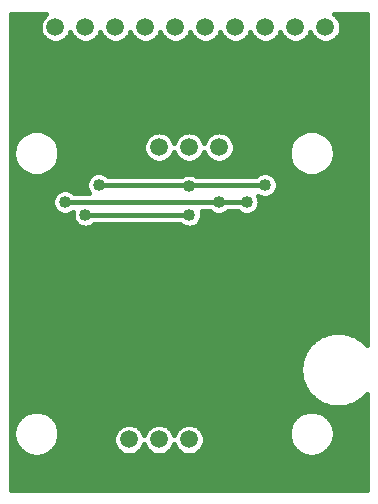
<source format=gbr>
G04 DipTrace 4.1.1.0*
G04 2 - Bottom.gbr*
%MOIN*%
G04 #@! TF.FileFunction,Copper,L2,Bot*
G04 #@! TF.Part,Single*
G04 #@! TA.AperFunction,Conductor*
%ADD15C,0.016*%
G04 #@! TA.AperFunction,CopperBalancing*
%ADD17C,0.015*%
G04 #@! TA.AperFunction,ComponentPad*
%ADD19R,0.059055X0.059055*%
%ADD20C,0.059055*%
G04 #@! TA.AperFunction,ViaPad*
%ADD23C,0.04*%
%FSLAX26Y26*%
G04*
G70*
G90*
G75*
G01*
G04 Bottom*
%LPD*%
X1020000Y1343416D2*
D15*
X673932D1*
X605516Y1385715D2*
X1117816D1*
X1211816D1*
X1272008Y1442115D2*
X1019016D1*
X718316D1*
X1019016Y1437416D2*
Y1442115D1*
D23*
X1020000Y1343416D3*
X673932D3*
X605516Y1385715D3*
X1211816D3*
X1117816D3*
X1272008Y1442115D3*
X718316D3*
X1019016Y1437416D3*
Y875266D3*
X1269016Y1000265D3*
X1268215Y1099016D3*
X428024Y1996647D2*
D17*
X528119D1*
X1519741D2*
X1610008D1*
X428024Y1981778D2*
X521732D1*
X1526114D2*
X1610008D1*
X428024Y1966909D2*
X520135D1*
X1527710D2*
X1610008D1*
X428024Y1952041D2*
X522860D1*
X1524986D2*
X1610008D1*
X428024Y1937172D2*
X530756D1*
X617105D2*
X630760D1*
X717110D2*
X730765D1*
X817100D2*
X830756D1*
X917105D2*
X930760D1*
X1017110D2*
X1030765D1*
X1117100D2*
X1130756D1*
X1217105D2*
X1230745D1*
X1317096D2*
X1330751D1*
X1417100D2*
X1430756D1*
X1517091D2*
X1610008D1*
X428024Y1922303D2*
X548466D1*
X599395D2*
X648470D1*
X699400D2*
X748461D1*
X799406D2*
X848466D1*
X899395D2*
X948470D1*
X999400D2*
X1048461D1*
X1099406D2*
X1148466D1*
X1199395D2*
X1248455D1*
X1299386D2*
X1348461D1*
X1399390D2*
X1448451D1*
X1499395D2*
X1610008D1*
X428024Y1907434D2*
X1610008D1*
X428024Y1892566D2*
X1610008D1*
X428024Y1877697D2*
X1610008D1*
X428024Y1862828D2*
X1610008D1*
X428024Y1847959D2*
X1610008D1*
X428024Y1833091D2*
X1610008D1*
X428024Y1818222D2*
X1610008D1*
X428024Y1803353D2*
X1610008D1*
X428024Y1788484D2*
X1610008D1*
X428024Y1773615D2*
X1610008D1*
X428024Y1758747D2*
X1610008D1*
X428024Y1743878D2*
X1610008D1*
X428024Y1729009D2*
X1610008D1*
X428024Y1714140D2*
X1610008D1*
X428024Y1699272D2*
X1610008D1*
X428024Y1684403D2*
X1610008D1*
X428024Y1669534D2*
X1610008D1*
X428024Y1654665D2*
X1610008D1*
X428024Y1639797D2*
X1610008D1*
X428024Y1624928D2*
X499247D1*
X521466D2*
X1416562D1*
X1438780D2*
X1610008D1*
X428024Y1610059D2*
X462626D1*
X558087D2*
X885804D1*
X952232D2*
X985794D1*
X1052238D2*
X1085799D1*
X1152227D2*
X1379954D1*
X1475402D2*
X1610008D1*
X428024Y1595190D2*
X447699D1*
X572999D2*
X872547D1*
X1165484D2*
X1365028D1*
X1490328D2*
X1610008D1*
X428024Y1580322D2*
X438852D1*
X581846D2*
X866556D1*
X1171475D2*
X1356180D1*
X1499176D2*
X1610008D1*
X586812Y1565453D2*
X865268D1*
X1172764D2*
X1351230D1*
X1504126D2*
X1610008D1*
X588629Y1550584D2*
X868328D1*
X1169703D2*
X1349412D1*
X1505944D2*
X1610008D1*
X587530Y1535715D2*
X876678D1*
X961344D2*
X976684D1*
X1061348D2*
X1076688D1*
X1161353D2*
X1350496D1*
X1504860D2*
X1610008D1*
X428024Y1520846D2*
X437314D1*
X583399D2*
X895765D1*
X942272D2*
X995770D1*
X1042261D2*
X1095760D1*
X1142266D2*
X1354627D1*
X1500728D2*
X1610008D1*
X428024Y1505978D2*
X445077D1*
X575635D2*
X1362391D1*
X1492965D2*
X1610008D1*
X428024Y1491109D2*
X458100D1*
X562598D2*
X1375428D1*
X1479928D2*
X1610008D1*
X428024Y1476240D2*
X483543D1*
X537168D2*
X690980D1*
X745646D2*
X999505D1*
X1038526D2*
X1244676D1*
X1299341D2*
X1400873D1*
X1454483D2*
X1610008D1*
X428024Y1461371D2*
X678588D1*
X1311734D2*
X1610008D1*
X428024Y1446503D2*
X674238D1*
X1316084D2*
X1610008D1*
X428024Y1431634D2*
X675322D1*
X1315000D2*
X1610008D1*
X428024Y1416765D2*
X574554D1*
X636470D2*
X682337D1*
X1307999D2*
X1610008D1*
X428024Y1401896D2*
X564388D1*
X1288150D2*
X1610008D1*
X428024Y1387028D2*
X561239D1*
X1256100D2*
X1610008D1*
X428024Y1372159D2*
X563421D1*
X1253916D2*
X1610008D1*
X428024Y1357290D2*
X572020D1*
X1245318D2*
X1610008D1*
X428024Y1342421D2*
X629647D1*
X1064293D2*
X1610008D1*
X428024Y1327552D2*
X632680D1*
X1061245D2*
X1610008D1*
X428024Y1312684D2*
X642640D1*
X1051285D2*
X1610008D1*
X428024Y1297815D2*
X1610008D1*
X428024Y1282946D2*
X1610008D1*
X428024Y1268077D2*
X1610008D1*
X428024Y1253209D2*
X1610008D1*
X428024Y1238340D2*
X1610008D1*
X428024Y1223471D2*
X1610008D1*
X428024Y1208602D2*
X1610008D1*
X428024Y1193734D2*
X1610008D1*
X428024Y1178865D2*
X1610008D1*
X428024Y1163996D2*
X1610008D1*
X428024Y1149127D2*
X1610008D1*
X428024Y1134259D2*
X1610008D1*
X428024Y1119390D2*
X1610008D1*
X428024Y1104521D2*
X1610008D1*
X428024Y1089652D2*
X1610008D1*
X428024Y1074783D2*
X1610008D1*
X428024Y1059915D2*
X1610008D1*
X428024Y1045046D2*
X1610008D1*
X428024Y1030177D2*
X1610008D1*
X428024Y1015308D2*
X1610008D1*
X428024Y1000440D2*
X1610008D1*
X428024Y985571D2*
X1610008D1*
X428024Y970702D2*
X1610008D1*
X428024Y955833D2*
X1610008D1*
X428024Y940965D2*
X1460623D1*
X1571495D2*
X1610008D1*
X428024Y926096D2*
X1436630D1*
X1595504D2*
X1610008D1*
X428024Y911227D2*
X1420765D1*
X428024Y896358D2*
X1409310D1*
X428024Y881490D2*
X1400902D1*
X428024Y866621D2*
X1394925D1*
X428024Y851752D2*
X1391000D1*
X428024Y836883D2*
X1388934D1*
X428024Y822014D2*
X1388656D1*
X428024Y807146D2*
X1390150D1*
X428024Y792277D2*
X1393461D1*
X428024Y777408D2*
X1398764D1*
X428024Y762539D2*
X1406352D1*
X428024Y747671D2*
X1416738D1*
X428024Y732802D2*
X1430975D1*
X1601157D2*
X1610008D1*
X428024Y717933D2*
X1451615D1*
X1580518D2*
X1610008D1*
X428024Y703064D2*
X1492308D1*
X1539825D2*
X1610008D1*
X428024Y688196D2*
X490209D1*
X530490D2*
X1407538D1*
X1447818D2*
X1610008D1*
X428024Y673327D2*
X460458D1*
X560240D2*
X1377786D1*
X1477570D2*
X1610008D1*
X428024Y658458D2*
X446454D1*
X574259D2*
X1363783D1*
X1491573D2*
X1610008D1*
X428024Y643589D2*
X438119D1*
X582593D2*
X800770D1*
X837272D2*
X900760D1*
X937261D2*
X1000765D1*
X1037266D2*
X1355448D1*
X1499908D2*
X1610008D1*
X587164Y628720D2*
X778358D1*
X859684D2*
X878348D1*
X959673D2*
X978353D1*
X1059678D2*
X1350864D1*
X1504478D2*
X1610008D1*
X588643Y613852D2*
X769100D1*
X1068936D2*
X1349383D1*
X1505972D2*
X1610008D1*
X587222Y598983D2*
X765424D1*
X1072613D2*
X1350804D1*
X1504551D2*
X1610008D1*
X428024Y584114D2*
X437987D1*
X582710D2*
X766126D1*
X1071895D2*
X1355316D1*
X1500039D2*
X1610008D1*
X428024Y569245D2*
X446234D1*
X574463D2*
X771429D1*
X1066608D2*
X1363563D1*
X1491793D2*
X1610008D1*
X428024Y554377D2*
X460092D1*
X560621D2*
X783353D1*
X854673D2*
X883358D1*
X954678D2*
X983364D1*
X1054668D2*
X1377420D1*
X1477936D2*
X1610008D1*
X428024Y539508D2*
X489051D1*
X531661D2*
X1406366D1*
X1448990D2*
X1610008D1*
X428024Y524639D2*
X1610008D1*
X428024Y509770D2*
X1610008D1*
X428024Y494902D2*
X1610008D1*
X428024Y480033D2*
X1610008D1*
X428024Y465164D2*
X1610008D1*
X428024Y450295D2*
X1610008D1*
X428024Y435427D2*
X1610008D1*
X1070807Y586542D2*
X1069215Y579247D1*
X1066604Y572253D1*
X1063021Y565702D1*
X1058545Y559727D1*
X1053262Y554451D1*
X1047283Y549980D1*
X1040728Y546406D1*
X1033731Y543801D1*
X1026436Y542217D1*
X1018988Y541688D1*
X1011542Y542224D1*
X1004247Y543816D1*
X997253Y546428D1*
X990702Y550010D1*
X984727Y554487D1*
X979451Y559769D1*
X974980Y565748D1*
X971406Y572303D1*
X969037Y578664D1*
X966604Y572253D1*
X963021Y565702D1*
X958545Y559727D1*
X953262Y554451D1*
X947283Y549980D1*
X940728Y546406D1*
X933731Y543801D1*
X926436Y542217D1*
X918988Y541688D1*
X911542Y542224D1*
X904247Y543816D1*
X897253Y546428D1*
X890702Y550010D1*
X884727Y554487D1*
X879451Y559769D1*
X874980Y565748D1*
X871406Y572303D1*
X869037Y578664D1*
X866604Y572253D1*
X863021Y565702D1*
X858545Y559727D1*
X853262Y554451D1*
X847283Y549980D1*
X840728Y546406D1*
X833731Y543801D1*
X826436Y542217D1*
X818988Y541688D1*
X811542Y542224D1*
X804247Y543816D1*
X797253Y546428D1*
X790702Y550010D1*
X784727Y554487D1*
X779451Y559769D1*
X774980Y565748D1*
X771406Y572303D1*
X768801Y579301D1*
X767217Y586596D1*
X766688Y594043D1*
X767224Y601490D1*
X768816Y608785D1*
X771428Y615778D1*
X775010Y622329D1*
X779487Y628304D1*
X784769Y633580D1*
X790748Y638051D1*
X797303Y641626D1*
X804301Y644231D1*
X811596Y645815D1*
X819043Y646344D1*
X826490Y645807D1*
X833785Y644215D1*
X840778Y641604D1*
X847329Y638021D1*
X853304Y633545D1*
X858580Y628262D1*
X863051Y622283D1*
X866626Y615728D1*
X868995Y609367D1*
X871428Y615778D1*
X875010Y622329D1*
X879487Y628304D1*
X884769Y633580D1*
X890748Y638051D1*
X897303Y641626D1*
X904301Y644231D1*
X911596Y645815D1*
X919043Y646344D1*
X926490Y645807D1*
X933785Y644215D1*
X940778Y641604D1*
X947329Y638021D1*
X953304Y633545D1*
X958580Y628262D1*
X963051Y622283D1*
X966626Y615728D1*
X968995Y609367D1*
X971428Y615778D1*
X975010Y622329D1*
X979487Y628304D1*
X984769Y633580D1*
X990748Y638051D1*
X997303Y641626D1*
X1004301Y644231D1*
X1011596Y645815D1*
X1019043Y646344D1*
X1026490Y645807D1*
X1033785Y644215D1*
X1040778Y641604D1*
X1047329Y638021D1*
X1053304Y633545D1*
X1058580Y628262D1*
X1063051Y622283D1*
X1066626Y615728D1*
X1069231Y608731D1*
X1070815Y601436D1*
X1071344Y594016D1*
X1070807Y586542D1*
X586780Y606213D2*
X585677Y598757D1*
X583850Y591446D1*
X581315Y584350D1*
X578097Y577535D1*
X574226Y571071D1*
X569740Y565014D1*
X564681Y559429D1*
X559100Y554365D1*
X553050Y549873D1*
X546588Y545995D1*
X539777Y542770D1*
X532682Y540227D1*
X525374Y538392D1*
X517920Y537283D1*
X510394Y536909D1*
X502866Y537276D1*
X495411Y538378D1*
X488100Y540205D1*
X481004Y542740D1*
X474189Y545958D1*
X467724Y549829D1*
X461668Y554315D1*
X456083Y559374D1*
X451018Y564955D1*
X446526Y571005D1*
X442648Y577467D1*
X439424Y584278D1*
X436881Y591373D1*
X435046Y598681D1*
X433937Y606135D1*
X433563Y613661D1*
X433929Y621189D1*
X435031Y628644D1*
X436858Y635955D1*
X439394Y643051D1*
X442612Y649866D1*
X446483Y656331D1*
X450969Y662387D1*
X456028Y667972D1*
X461609Y673037D1*
X467659Y677529D1*
X474121Y681407D1*
X480932Y684631D1*
X488026Y687175D1*
X495335Y689009D1*
X502789Y690118D1*
X510315Y690492D1*
X517843Y690126D1*
X525298Y689024D1*
X532609Y687197D1*
X539705Y684661D1*
X546520Y681444D1*
X552984Y677572D1*
X559041Y673087D1*
X564626Y668028D1*
X569690Y662446D1*
X574182Y656396D1*
X578060Y649934D1*
X581285Y643123D1*
X583828Y636029D1*
X585663Y628720D1*
X586772Y621266D1*
X587146Y613701D1*
X586780Y606213D1*
X1504102D2*
X1503000Y598757D1*
X1501173Y591446D1*
X1498638Y584350D1*
X1495420Y577535D1*
X1491549Y571071D1*
X1487063Y565014D1*
X1482004Y559429D1*
X1476423Y554365D1*
X1470373Y549873D1*
X1463911Y545995D1*
X1457100Y542770D1*
X1450005Y540227D1*
X1442697Y538392D1*
X1435243Y537283D1*
X1427717Y536909D1*
X1420189Y537276D1*
X1412734Y538378D1*
X1405423Y540205D1*
X1398327Y542740D1*
X1391512Y545958D1*
X1385047Y549829D1*
X1378991Y554315D1*
X1373406Y559374D1*
X1368341Y564955D1*
X1363849Y571005D1*
X1359971Y577467D1*
X1356747Y584278D1*
X1354203Y591373D1*
X1352369Y598681D1*
X1351260Y606135D1*
X1350886Y613661D1*
X1351252Y621189D1*
X1352354Y628644D1*
X1354181Y635955D1*
X1356717Y643051D1*
X1359934Y649866D1*
X1363806Y656331D1*
X1368291Y662387D1*
X1373350Y667972D1*
X1378932Y673037D1*
X1384982Y677529D1*
X1391444Y681407D1*
X1398255Y684631D1*
X1405349Y687175D1*
X1412657Y689009D1*
X1420112Y690118D1*
X1427638Y690492D1*
X1435165Y690126D1*
X1442621Y689024D1*
X1449932Y687197D1*
X1457028Y684661D1*
X1463843Y681444D1*
X1470307Y677572D1*
X1476364Y673087D1*
X1481949Y668028D1*
X1487013Y662446D1*
X1491505Y656396D1*
X1495383Y649934D1*
X1498608Y643123D1*
X1501151Y636029D1*
X1502986Y628720D1*
X1504094Y621266D1*
X1504469Y613701D1*
X1504102Y606213D1*
Y1541252D2*
X1503000Y1533797D1*
X1501173Y1526486D1*
X1498638Y1519390D1*
X1495420Y1512575D1*
X1491549Y1506110D1*
X1487063Y1500054D1*
X1482004Y1494469D1*
X1476423Y1489404D1*
X1470373Y1484912D1*
X1463911Y1481034D1*
X1457100Y1477810D1*
X1450005Y1475266D1*
X1442697Y1473432D1*
X1435243Y1472323D1*
X1427717Y1471949D1*
X1420189Y1472315D1*
X1412734Y1473417D1*
X1405423Y1475244D1*
X1398327Y1477780D1*
X1391512Y1480997D1*
X1385047Y1484869D1*
X1378991Y1489354D1*
X1373406Y1494413D1*
X1368341Y1499995D1*
X1363849Y1506045D1*
X1359971Y1512507D1*
X1356747Y1519318D1*
X1354203Y1526412D1*
X1352369Y1533720D1*
X1351260Y1541175D1*
X1350886Y1548701D1*
X1351252Y1556228D1*
X1352354Y1563684D1*
X1354181Y1570995D1*
X1356717Y1578091D1*
X1359934Y1584906D1*
X1363806Y1591370D1*
X1368291Y1597427D1*
X1373350Y1603012D1*
X1378932Y1608076D1*
X1384982Y1612568D1*
X1391444Y1616446D1*
X1398255Y1619671D1*
X1405349Y1622214D1*
X1412657Y1624049D1*
X1420112Y1625157D1*
X1427638Y1625531D1*
X1435165Y1625165D1*
X1442621Y1624063D1*
X1449932Y1622236D1*
X1457028Y1619701D1*
X1463843Y1616483D1*
X1470307Y1612612D1*
X1476364Y1608126D1*
X1481949Y1603067D1*
X1487013Y1597486D1*
X1491505Y1591436D1*
X1495383Y1584974D1*
X1498608Y1578163D1*
X1501151Y1571068D1*
X1502986Y1563760D1*
X1504094Y1556306D1*
X1504469Y1548740D1*
X1504102Y1541252D1*
X586780D2*
X585677Y1533797D1*
X583850Y1526486D1*
X581315Y1519390D1*
X578097Y1512575D1*
X574226Y1506110D1*
X569740Y1500054D1*
X564681Y1494469D1*
X559100Y1489404D1*
X553050Y1484912D1*
X546588Y1481034D1*
X539777Y1477810D1*
X532682Y1475266D1*
X525374Y1473432D1*
X517920Y1472323D1*
X510394Y1471949D1*
X502866Y1472315D1*
X495411Y1473417D1*
X488100Y1475244D1*
X481004Y1477780D1*
X474189Y1480997D1*
X467724Y1484869D1*
X461668Y1489354D1*
X456083Y1494413D1*
X451018Y1499995D1*
X446526Y1506045D1*
X442648Y1512507D1*
X439424Y1519318D1*
X436881Y1526412D1*
X435046Y1533720D1*
X433937Y1541175D1*
X433563Y1548701D1*
X433929Y1556228D1*
X435031Y1563684D1*
X436858Y1570995D1*
X439394Y1578091D1*
X442612Y1584906D1*
X446483Y1591370D1*
X450969Y1597427D1*
X456028Y1603012D1*
X461609Y1608076D1*
X467659Y1612568D1*
X474121Y1616446D1*
X480932Y1619671D1*
X488026Y1622214D1*
X495335Y1624049D1*
X502789Y1625157D1*
X510315Y1625531D1*
X517843Y1625165D1*
X525298Y1624063D1*
X532609Y1622236D1*
X539705Y1619701D1*
X546520Y1616483D1*
X552984Y1612612D1*
X559041Y1608126D1*
X564626Y1603067D1*
X569690Y1597486D1*
X574182Y1591436D1*
X578060Y1584974D1*
X581285Y1578163D1*
X583828Y1571068D1*
X585663Y1563760D1*
X586772Y1556306D1*
X587146Y1548740D1*
X586780Y1541252D1*
X968993Y1553076D2*
X966604Y1546677D1*
X963021Y1540126D1*
X958545Y1534151D1*
X953262Y1528875D1*
X947283Y1524404D1*
X940728Y1520829D1*
X933731Y1518224D1*
X926436Y1516640D1*
X918988Y1516112D1*
X911542Y1516648D1*
X904247Y1518240D1*
X897253Y1520852D1*
X890702Y1524434D1*
X884727Y1528911D1*
X879451Y1534193D1*
X874980Y1540172D1*
X871406Y1546727D1*
X868801Y1553724D1*
X867217Y1561020D1*
X866688Y1568467D1*
X867224Y1575913D1*
X868816Y1583209D1*
X871428Y1590202D1*
X875010Y1596753D1*
X879487Y1602728D1*
X884769Y1608004D1*
X890748Y1612475D1*
X897303Y1616050D1*
X904301Y1618655D1*
X911596Y1620239D1*
X919043Y1620768D1*
X926490Y1620231D1*
X933785Y1618639D1*
X940778Y1616028D1*
X947329Y1612445D1*
X953304Y1607969D1*
X958580Y1602686D1*
X963051Y1596707D1*
X966626Y1590152D1*
X968995Y1583791D1*
X971428Y1590202D1*
X975010Y1596753D1*
X979487Y1602728D1*
X984769Y1608004D1*
X990748Y1612475D1*
X997303Y1616050D1*
X1004301Y1618655D1*
X1011596Y1620239D1*
X1019043Y1620768D1*
X1026490Y1620231D1*
X1033785Y1618639D1*
X1040778Y1616028D1*
X1047329Y1612445D1*
X1053304Y1607969D1*
X1058580Y1602686D1*
X1063051Y1596707D1*
X1066626Y1590152D1*
X1068995Y1583791D1*
X1071428Y1590202D1*
X1075010Y1596753D1*
X1079487Y1602728D1*
X1084769Y1608004D1*
X1090748Y1612475D1*
X1097303Y1616050D1*
X1104301Y1618655D1*
X1111596Y1620239D1*
X1119043Y1620768D1*
X1126490Y1620231D1*
X1133785Y1618639D1*
X1140778Y1616028D1*
X1147329Y1612445D1*
X1153304Y1607969D1*
X1158580Y1602686D1*
X1163051Y1596707D1*
X1166626Y1590152D1*
X1169231Y1583155D1*
X1170815Y1575860D1*
X1171344Y1568440D1*
X1170807Y1560966D1*
X1169215Y1553671D1*
X1166604Y1546677D1*
X1163021Y1540126D1*
X1158545Y1534151D1*
X1153262Y1528875D1*
X1147283Y1524404D1*
X1140728Y1520829D1*
X1133731Y1518224D1*
X1126436Y1516640D1*
X1118988Y1516112D1*
X1111542Y1516648D1*
X1104247Y1518240D1*
X1097253Y1520852D1*
X1090702Y1524434D1*
X1084727Y1528911D1*
X1079451Y1534193D1*
X1074980Y1540172D1*
X1071406Y1546727D1*
X1069037Y1553088D1*
X1066604Y1546677D1*
X1063021Y1540126D1*
X1058545Y1534151D1*
X1053262Y1528875D1*
X1047283Y1524404D1*
X1040728Y1520829D1*
X1033731Y1518224D1*
X1026436Y1516640D1*
X1018988Y1516112D1*
X1011542Y1516648D1*
X1004247Y1518240D1*
X997253Y1520852D1*
X990702Y1524434D1*
X984727Y1528911D1*
X979451Y1534193D1*
X974980Y1540172D1*
X971406Y1546727D1*
X969037Y1553088D1*
X1504180Y2011516D2*
X1611516Y2011520D1*
X1611518Y909337D1*
X1606493Y914832D1*
X1601136Y920035D1*
X1595480Y924912D1*
X1589546Y929445D1*
X1583353Y933618D1*
X1576924Y937417D1*
X1570281Y940829D1*
X1563448Y943841D1*
X1556448Y946444D1*
X1549306Y948626D1*
X1542047Y950382D1*
X1534698Y951705D1*
X1527282Y952591D1*
X1519828Y953034D1*
X1512360Y953037D1*
X1504906Y952596D1*
X1497490Y951714D1*
X1490139Y950395D1*
X1482881Y948643D1*
X1475738Y946463D1*
X1468736Y943865D1*
X1461902Y940856D1*
X1455256Y937448D1*
X1448825Y933652D1*
X1442630Y929482D1*
X1436694Y924951D1*
X1431035Y920077D1*
X1425676Y914877D1*
X1420634Y909369D1*
X1415927Y903571D1*
X1411572Y897504D1*
X1407584Y891190D1*
X1403976Y884651D1*
X1400764Y877911D1*
X1397955Y870991D1*
X1395562Y863916D1*
X1393592Y856714D1*
X1392051Y849406D1*
X1390948Y842021D1*
X1390282Y834583D1*
X1390059Y827118D1*
X1390278Y819654D1*
X1390940Y812215D1*
X1392041Y804828D1*
X1393577Y797520D1*
X1395543Y790316D1*
X1397933Y783241D1*
X1400739Y776320D1*
X1403949Y769577D1*
X1407552Y763037D1*
X1411537Y756720D1*
X1415890Y750652D1*
X1420593Y744852D1*
X1425633Y739341D1*
X1430990Y734138D1*
X1436646Y729261D1*
X1442580Y724728D1*
X1448773Y720555D1*
X1455202Y716756D1*
X1461845Y713344D1*
X1468678Y710332D1*
X1475678Y707730D1*
X1482820Y705547D1*
X1490079Y703791D1*
X1497428Y702469D1*
X1504844Y701583D1*
X1512298Y701139D1*
X1519766Y701136D1*
X1527220Y701577D1*
X1534636Y702459D1*
X1541987Y703778D1*
X1549245Y705530D1*
X1556388Y707710D1*
X1563390Y710308D1*
X1570224Y713318D1*
X1576870Y716726D1*
X1583301Y720521D1*
X1589496Y724692D1*
X1595432Y729222D1*
X1601091Y734096D1*
X1606450Y739297D1*
X1611516Y744840D1*
X1611508Y426516D1*
X426516Y426512D1*
X426524Y2011516D1*
X543871Y2011514D1*
X539685Y2008383D1*
X534403Y2003108D1*
X529927Y1997133D1*
X526344Y1990581D1*
X523732Y1983588D1*
X522140Y1976293D1*
X521604Y1968846D1*
X522133Y1961399D1*
X523717Y1954104D1*
X526322Y1947106D1*
X529896Y1940551D1*
X534367Y1934572D1*
X539643Y1929290D1*
X545618Y1924814D1*
X552169Y1921231D1*
X559163Y1918619D1*
X566458Y1917028D1*
X573904Y1916491D1*
X581352Y1917020D1*
X588647Y1918604D1*
X595644Y1921209D1*
X602199Y1924783D1*
X608178Y1929255D1*
X613461Y1934530D1*
X617937Y1940505D1*
X621520Y1947056D1*
X623909Y1953455D1*
X623953Y1953467D1*
X626322Y1947106D1*
X629896Y1940551D1*
X634367Y1934572D1*
X639643Y1929290D1*
X645618Y1924814D1*
X652169Y1921231D1*
X659163Y1918619D1*
X666458Y1917028D1*
X673904Y1916491D1*
X681352Y1917020D1*
X688647Y1918604D1*
X695644Y1921209D1*
X702199Y1924783D1*
X708178Y1929255D1*
X713461Y1934530D1*
X717937Y1940505D1*
X721520Y1947056D1*
X723909Y1953455D1*
X723953Y1953467D1*
X726322Y1947106D1*
X729896Y1940551D1*
X734367Y1934572D1*
X739643Y1929290D1*
X745618Y1924814D1*
X752169Y1921231D1*
X759163Y1918619D1*
X766458Y1917028D1*
X773904Y1916491D1*
X781352Y1917020D1*
X788647Y1918604D1*
X795644Y1921209D1*
X802199Y1924783D1*
X808178Y1929255D1*
X813461Y1934530D1*
X817937Y1940505D1*
X821520Y1947056D1*
X823909Y1953455D1*
X823953Y1953467D1*
X826322Y1947106D1*
X829896Y1940551D1*
X834367Y1934572D1*
X839643Y1929290D1*
X845618Y1924814D1*
X852169Y1921231D1*
X859163Y1918619D1*
X866458Y1917028D1*
X873904Y1916491D1*
X881352Y1917020D1*
X888647Y1918604D1*
X895644Y1921209D1*
X902199Y1924783D1*
X908178Y1929255D1*
X913461Y1934530D1*
X917937Y1940505D1*
X921520Y1947056D1*
X923909Y1953455D1*
X923953Y1953467D1*
X926322Y1947106D1*
X929896Y1940551D1*
X934367Y1934572D1*
X939643Y1929290D1*
X945618Y1924814D1*
X952169Y1921231D1*
X959163Y1918619D1*
X966458Y1917028D1*
X973904Y1916491D1*
X981352Y1917020D1*
X988647Y1918604D1*
X995644Y1921209D1*
X1002199Y1924783D1*
X1008178Y1929255D1*
X1013461Y1934530D1*
X1017937Y1940505D1*
X1021520Y1947056D1*
X1023909Y1953455D1*
X1023953Y1953467D1*
X1026322Y1947106D1*
X1029896Y1940551D1*
X1034367Y1934572D1*
X1039643Y1929290D1*
X1045618Y1924814D1*
X1052169Y1921231D1*
X1059163Y1918619D1*
X1066458Y1917028D1*
X1073904Y1916491D1*
X1081352Y1917020D1*
X1088647Y1918604D1*
X1095644Y1921209D1*
X1102199Y1924783D1*
X1108178Y1929255D1*
X1113461Y1934530D1*
X1117937Y1940505D1*
X1121520Y1947056D1*
X1123909Y1953455D1*
X1123953Y1953467D1*
X1126322Y1947106D1*
X1129896Y1940551D1*
X1134367Y1934572D1*
X1139643Y1929290D1*
X1145618Y1924814D1*
X1152169Y1921231D1*
X1159163Y1918619D1*
X1166458Y1917028D1*
X1173904Y1916491D1*
X1181352Y1917020D1*
X1188647Y1918604D1*
X1195644Y1921209D1*
X1202199Y1924783D1*
X1208178Y1929255D1*
X1213461Y1934530D1*
X1217937Y1940505D1*
X1221520Y1947056D1*
X1223904Y1953442D1*
X1223949Y1953454D1*
X1226312Y1947106D1*
X1229887Y1940551D1*
X1234358Y1934572D1*
X1239634Y1929290D1*
X1245609Y1924814D1*
X1252160Y1921231D1*
X1259154Y1918619D1*
X1266449Y1917028D1*
X1273895Y1916491D1*
X1281343Y1917020D1*
X1288638Y1918604D1*
X1295635Y1921209D1*
X1302190Y1924783D1*
X1308169Y1929255D1*
X1313451Y1934530D1*
X1317928Y1940505D1*
X1321510Y1947056D1*
X1323900Y1953455D1*
X1323944Y1953467D1*
X1326312Y1947106D1*
X1329887Y1940551D1*
X1334358Y1934572D1*
X1339634Y1929290D1*
X1345609Y1924814D1*
X1352160Y1921231D1*
X1359154Y1918619D1*
X1366449Y1917028D1*
X1373895Y1916491D1*
X1381343Y1917020D1*
X1388638Y1918604D1*
X1395635Y1921209D1*
X1402190Y1924783D1*
X1408169Y1929255D1*
X1413451Y1934530D1*
X1417928Y1940505D1*
X1421510Y1947056D1*
X1423900Y1953455D1*
X1423944Y1953467D1*
X1426312Y1947106D1*
X1429887Y1940551D1*
X1434358Y1934572D1*
X1439634Y1929290D1*
X1445609Y1924814D1*
X1452160Y1921231D1*
X1459154Y1918619D1*
X1466449Y1917028D1*
X1473895Y1916491D1*
X1481343Y1917020D1*
X1488638Y1918604D1*
X1495635Y1921209D1*
X1502190Y1924783D1*
X1508169Y1929255D1*
X1513451Y1934530D1*
X1517928Y1940505D1*
X1521510Y1947056D1*
X1524122Y1954050D1*
X1525714Y1961345D1*
X1526251Y1968819D1*
X1525722Y1976239D1*
X1524138Y1983534D1*
X1521533Y1990531D1*
X1517958Y1997087D1*
X1513487Y2003066D1*
X1508211Y2008348D1*
X1503980Y2011517D1*
X990277Y1312615D2*
X703651D1*
X701420Y1310610D1*
X695306Y1306335D1*
X688542Y1303186D1*
X681335Y1301261D1*
X673902Y1300615D1*
X666470Y1301272D1*
X659265Y1303207D1*
X652505Y1306365D1*
X646398Y1310648D1*
X641126Y1315928D1*
X636850Y1322042D1*
X633702Y1328806D1*
X631777Y1336013D1*
X631131Y1343446D1*
X631787Y1350878D1*
X632144Y1352207D1*
X626890Y1348634D1*
X620126Y1345486D1*
X612919Y1343560D1*
X605486Y1342915D1*
X598054Y1343571D1*
X590849Y1345507D1*
X584089Y1348664D1*
X577982Y1352948D1*
X572710Y1358227D1*
X568434Y1364341D1*
X565286Y1371105D1*
X563361Y1378312D1*
X562715Y1385745D1*
X563371Y1393177D1*
X565307Y1400382D1*
X568465Y1407142D1*
X572748Y1413249D1*
X578028Y1418521D1*
X584142Y1422797D1*
X590906Y1425945D1*
X598113Y1427870D1*
X605546Y1428516D1*
X612978Y1427860D1*
X620182Y1425924D1*
X626942Y1422766D1*
X633050Y1418483D1*
X635012Y1416518D1*
X684014Y1416516D1*
X681235Y1420741D1*
X678087Y1427505D1*
X676161Y1434713D1*
X675516Y1442146D1*
X676172Y1449577D1*
X678108Y1456782D1*
X681265Y1463542D1*
X685549Y1469650D1*
X690828Y1474921D1*
X696942Y1479197D1*
X703706Y1482345D1*
X710913Y1484270D1*
X718346Y1484916D1*
X725778Y1484260D1*
X732983Y1482324D1*
X739743Y1479167D1*
X745850Y1474883D1*
X747812Y1472919D1*
X995109Y1472916D1*
X997642Y1474497D1*
X1004406Y1477646D1*
X1011613Y1479571D1*
X1019046Y1480217D1*
X1026478Y1479560D1*
X1033682Y1477625D1*
X1040442Y1474467D1*
X1042655Y1472915D1*
X1242294Y1472916D1*
X1244520Y1474921D1*
X1250634Y1479197D1*
X1257398Y1482345D1*
X1264605Y1484270D1*
X1272038Y1484916D1*
X1279470Y1484260D1*
X1286675Y1482324D1*
X1293434Y1479167D1*
X1299542Y1474883D1*
X1304814Y1469604D1*
X1309089Y1463490D1*
X1312238Y1456726D1*
X1314163Y1449518D1*
X1314808Y1442115D1*
X1314152Y1434654D1*
X1312217Y1427449D1*
X1309059Y1420689D1*
X1304776Y1414581D1*
X1299496Y1409310D1*
X1293382Y1405034D1*
X1286618Y1401886D1*
X1279411Y1399961D1*
X1271978Y1399315D1*
X1264546Y1399971D1*
X1257341Y1401907D1*
X1250581Y1405064D1*
X1249657Y1405713D1*
X1252046Y1400325D1*
X1253971Y1393118D1*
X1254617Y1385715D1*
X1253961Y1378253D1*
X1252025Y1371049D1*
X1248867Y1364289D1*
X1244584Y1358181D1*
X1239304Y1352909D1*
X1233190Y1348634D1*
X1226427Y1345486D1*
X1219219Y1343560D1*
X1211786Y1342915D1*
X1204354Y1343571D1*
X1197150Y1345507D1*
X1190390Y1348664D1*
X1184282Y1352948D1*
X1182320Y1354912D1*
X1147541Y1354915D1*
X1145304Y1352909D1*
X1139190Y1348634D1*
X1132427Y1345486D1*
X1125219Y1343560D1*
X1117786Y1342915D1*
X1110354Y1343571D1*
X1103150Y1345507D1*
X1096390Y1348664D1*
X1090282Y1352948D1*
X1088320Y1354912D1*
X1061232Y1354915D1*
X1062155Y1350819D1*
X1062801Y1343416D1*
X1062144Y1335954D1*
X1060209Y1328749D1*
X1057051Y1321990D1*
X1052768Y1315882D1*
X1047488Y1310610D1*
X1041374Y1306335D1*
X1034610Y1303186D1*
X1027403Y1301261D1*
X1019970Y1300615D1*
X1012538Y1301272D1*
X1005333Y1303207D1*
X998573Y1306365D1*
X992466Y1310648D1*
X990504Y1312613D1*
D19*
X1119016Y594016D3*
D20*
X1019016D3*
X919016D3*
X819016D3*
D19*
Y1568440D3*
D20*
X919016D3*
X1019016D3*
X1119016D3*
D19*
X473932Y1968819D3*
D20*
X573932D3*
X673932D3*
X773932D3*
X873932D3*
X973932D3*
X1073932D3*
X1173932D3*
X1273923D3*
X1373923D3*
X1473923D3*
X1573923D3*
M02*

</source>
